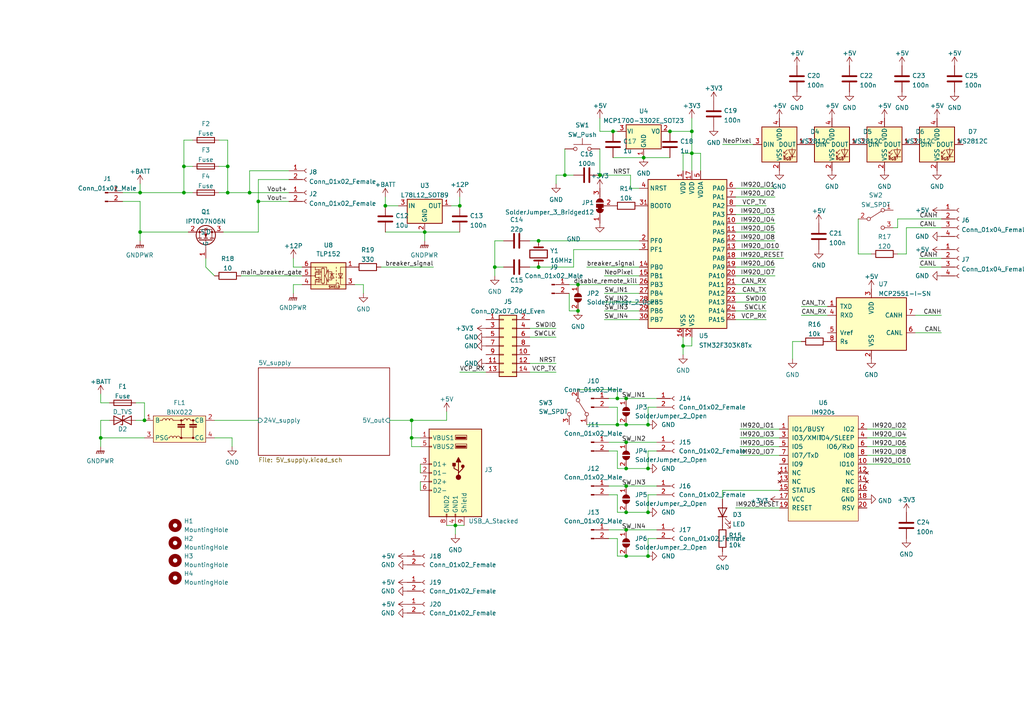
<source format=kicad_sch>
(kicad_sch (version 20211123) (generator eeschema)
  (paper "A4")
  (junction (at 181.61 123.19))
  (junction (at 173.99 50.8))
  (junction (at 186.69 45.72))
  (junction (at 167.64 82.55))
  (junction (at 74.93 58.42))
  (junction (at 123.19 67.31))
  (junction (at 200.66 44.45))
  (junction (at 181.61 128.27))
  (junction (at 181.61 153.67))
  (junction (at 40.64 67.31))
  (junction (at 156.21 77.47))
  (junction (at 133.35 59.69))
  (junction (at 119.38 127))
  (junction (at 156.21 69.85))
  (junction (at 187.96 161.29))
  (junction (at 187.96 135.89))
  (junction (at 187.96 123.19))
  (junction (at 143.51 77.47))
  (junction (at 53.34 48.26))
  (junction (at 167.64 90.17))
  (junction (at 181.61 135.89))
  (junction (at 177.8 38.1))
  (junction (at 179.07 123.19))
  (junction (at 181.61 115.57))
  (junction (at 187.96 148.59))
  (junction (at 181.61 140.97))
  (junction (at 53.34 55.88))
  (junction (at 66.04 55.88))
  (junction (at 181.61 161.29))
  (junction (at 66.04 48.26))
  (junction (at 29.21 127))
  (junction (at 198.12 100.33))
  (junction (at 111.76 59.69))
  (junction (at 119.38 121.92))
  (junction (at 72.39 55.88))
  (junction (at 200.66 38.1))
  (junction (at 194.31 38.1))
  (junction (at 132.08 152.4))
  (junction (at 40.64 55.88))
  (junction (at 163.83 50.8))
  (junction (at 181.61 148.59))
  (junction (at 179.07 115.57))
  (junction (at 41.91 121.92))
  (wire (pts (xy 87.63 82.55) (xy 85.09 82.55)))
  (wire (pts (xy 167.64 82.55) (xy 185.42 82.55)))
  (wire (pts (xy 179.07 130.81) (xy 179.07 135.89)))
  (wire (pts (xy 40.64 58.42) (xy 40.64 67.31)))
  (wire (pts (xy 175.26 80.01) (xy 185.42 80.01)))
  (wire (pts (xy 170.18 77.47) (xy 185.42 77.47)))
  (wire (pts (xy 173.99 50.8) (xy 173.99 43.18)))
  (wire (pts (xy 67.31 127) (xy 67.31 129.54)))
  (wire (pts (xy 53.34 48.26) (xy 55.88 48.26)))
  (wire (pts (xy 187.96 156.21) (xy 190.5 156.21)))
  (wire (pts (xy 87.63 80.01) (xy 69.85 80.01)))
  (wire (pts (xy 176.53 156.21) (xy 179.07 156.21)))
  (wire (pts (xy 232.41 91.44) (xy 240.03 91.44)))
  (wire (pts (xy 262.89 127) (xy 251.46 127)))
  (wire (pts (xy 143.51 77.47) (xy 143.51 80.01)))
  (wire (pts (xy 179.07 115.57) (xy 181.61 115.57)))
  (wire (pts (xy 105.41 85.09) (xy 105.41 82.55)))
  (wire (pts (xy 35.56 55.88) (xy 40.64 55.88)))
  (wire (pts (xy 170.18 123.19) (xy 179.07 123.19)))
  (wire (pts (xy 121.92 134.62) (xy 121.92 137.16)))
  (wire (pts (xy 179.07 135.89) (xy 181.61 135.89)))
  (wire (pts (xy 74.93 58.42) (xy 83.82 58.42)))
  (wire (pts (xy 222.25 92.71) (xy 213.36 92.71)))
  (wire (pts (xy 203.2 44.45) (xy 200.66 44.45)))
  (wire (pts (xy 200.66 100.33) (xy 200.66 97.79)))
  (wire (pts (xy 224.79 57.15) (xy 213.36 57.15)))
  (wire (pts (xy 63.5 40.64) (xy 66.04 40.64)))
  (wire (pts (xy 273.05 91.44) (xy 265.43 91.44)))
  (wire (pts (xy 153.67 77.47) (xy 156.21 77.47)))
  (wire (pts (xy 165.1 85.09) (xy 165.1 90.17)))
  (wire (pts (xy 222.25 59.69) (xy 213.36 59.69)))
  (wire (pts (xy 224.79 54.61) (xy 213.36 54.61)))
  (wire (pts (xy 119.38 121.92) (xy 119.38 127)))
  (wire (pts (xy 179.07 118.11) (xy 179.07 123.19)))
  (wire (pts (xy 66.04 55.88) (xy 72.39 55.88)))
  (wire (pts (xy 224.79 69.85) (xy 213.36 69.85)))
  (wire (pts (xy 177.8 38.1) (xy 173.99 38.1)))
  (wire (pts (xy 260.35 63.5) (xy 260.35 66.04)))
  (wire (pts (xy 66.04 48.26) (xy 63.5 48.26)))
  (wire (pts (xy 133.35 67.31) (xy 123.19 67.31)))
  (wire (pts (xy 176.53 153.67) (xy 181.61 153.67)))
  (wire (pts (xy 53.34 48.26) (xy 53.34 40.64)))
  (wire (pts (xy 165.1 82.55) (xy 167.64 82.55)))
  (wire (pts (xy 35.56 58.42) (xy 40.64 58.42)))
  (wire (pts (xy 214.63 127) (xy 226.06 127)))
  (wire (pts (xy 181.61 140.97) (xy 190.5 140.97)))
  (wire (pts (xy 214.63 124.46) (xy 226.06 124.46)))
  (wire (pts (xy 198.12 49.53) (xy 198.12 44.45)))
  (wire (pts (xy 167.64 113.03) (xy 179.07 113.03)))
  (wire (pts (xy 262.89 66.04) (xy 273.05 66.04)))
  (wire (pts (xy 179.07 113.03) (xy 179.07 115.57)))
  (wire (pts (xy 185.42 72.39) (xy 166.37 72.39)))
  (wire (pts (xy 41.91 116.84) (xy 39.37 116.84)))
  (wire (pts (xy 198.12 97.79) (xy 198.12 100.33)))
  (wire (pts (xy 200.66 38.1) (xy 194.31 38.1)))
  (wire (pts (xy 129.54 152.4) (xy 132.08 152.4)))
  (wire (pts (xy 132.08 152.4) (xy 134.62 152.4)))
  (wire (pts (xy 83.82 49.53) (xy 72.39 49.53)))
  (wire (pts (xy 179.07 156.21) (xy 179.07 161.29)))
  (wire (pts (xy 179.07 123.19) (xy 181.61 123.19)))
  (wire (pts (xy 66.04 55.88) (xy 63.5 55.88)))
  (wire (pts (xy 176.53 128.27) (xy 181.61 128.27)))
  (wire (pts (xy 181.61 161.29) (xy 187.96 161.29)))
  (wire (pts (xy 226.06 72.39) (xy 213.36 72.39)))
  (wire (pts (xy 181.61 153.67) (xy 190.5 153.67)))
  (wire (pts (xy 53.34 55.88) (xy 55.88 55.88)))
  (wire (pts (xy 105.41 82.55) (xy 102.87 82.55)))
  (wire (pts (xy 273.05 96.52) (xy 265.43 96.52)))
  (wire (pts (xy 146.05 77.47) (xy 143.51 77.47)))
  (wire (pts (xy 214.63 129.54) (xy 226.06 129.54)))
  (wire (pts (xy 59.69 77.47) (xy 62.23 80.01)))
  (wire (pts (xy 194.31 45.72) (xy 186.69 45.72)))
  (wire (pts (xy 248.92 73.66) (xy 252.73 73.66)))
  (wire (pts (xy 85.09 82.55) (xy 85.09 85.09)))
  (wire (pts (xy 187.96 143.51) (xy 190.5 143.51)))
  (wire (pts (xy 133.35 107.95) (xy 140.97 107.95)))
  (wire (pts (xy 40.64 67.31) (xy 54.61 67.31)))
  (wire (pts (xy 224.79 62.23) (xy 213.36 62.23)))
  (wire (pts (xy 187.96 130.81) (xy 190.5 130.81)))
  (wire (pts (xy 39.37 121.92) (xy 41.91 121.92)))
  (wire (pts (xy 181.61 123.19) (xy 187.96 123.19)))
  (wire (pts (xy 224.79 64.77) (xy 213.36 64.77)))
  (wire (pts (xy 222.25 87.63) (xy 213.36 87.63)))
  (wire (pts (xy 123.19 69.85) (xy 123.19 67.31)))
  (wire (pts (xy 181.61 148.59) (xy 187.96 148.59)))
  (wire (pts (xy 41.91 127) (xy 29.21 127)))
  (wire (pts (xy 132.08 154.94) (xy 132.08 152.4)))
  (wire (pts (xy 187.96 148.59) (xy 187.96 143.51)))
  (wire (pts (xy 161.29 97.79) (xy 153.67 97.79)))
  (wire (pts (xy 62.23 121.92) (xy 74.93 121.92)))
  (wire (pts (xy 130.81 59.69) (xy 133.35 59.69)))
  (wire (pts (xy 29.21 127) (xy 29.21 129.54)))
  (wire (pts (xy 166.37 72.39) (xy 166.37 77.47)))
  (wire (pts (xy 166.37 77.47) (xy 156.21 77.47)))
  (wire (pts (xy 187.96 123.19) (xy 187.96 118.11)))
  (wire (pts (xy 262.89 124.46) (xy 251.46 124.46)))
  (wire (pts (xy 198.12 100.33) (xy 200.66 100.33)))
  (wire (pts (xy 198.12 102.87) (xy 198.12 100.33)))
  (wire (pts (xy 224.79 80.01) (xy 213.36 80.01)))
  (wire (pts (xy 176.53 143.51) (xy 179.07 143.51)))
  (wire (pts (xy 111.76 67.31) (xy 123.19 67.31)))
  (wire (pts (xy 262.89 129.54) (xy 251.46 129.54)))
  (wire (pts (xy 125.73 77.47) (xy 110.49 77.47)))
  (wire (pts (xy 163.83 43.18) (xy 163.83 50.8)))
  (wire (pts (xy 146.05 69.85) (xy 143.51 69.85)))
  (wire (pts (xy 209.55 142.24) (xy 209.55 144.78)))
  (wire (pts (xy 161.29 105.41) (xy 153.67 105.41)))
  (wire (pts (xy 182.88 50.8) (xy 173.99 50.8)))
  (wire (pts (xy 232.41 99.06) (xy 229.87 99.06)))
  (wire (pts (xy 66.04 40.64) (xy 66.04 48.26)))
  (wire (pts (xy 31.75 116.84) (xy 29.21 116.84)))
  (wire (pts (xy 260.35 73.66) (xy 262.89 73.66)))
  (wire (pts (xy 260.35 66.04) (xy 259.08 66.04)))
  (wire (pts (xy 177.8 45.72) (xy 186.69 45.72)))
  (wire (pts (xy 53.34 40.64) (xy 55.88 40.64)))
  (wire (pts (xy 83.82 52.07) (xy 74.93 52.07)))
  (wire (pts (xy 161.29 95.25) (xy 153.67 95.25)))
  (wire (pts (xy 181.61 115.57) (xy 190.5 115.57)))
  (wire (pts (xy 203.2 49.53) (xy 203.2 44.45)))
  (wire (pts (xy 266.7 74.93) (xy 273.05 74.93)))
  (wire (pts (xy 262.89 73.66) (xy 262.89 66.04)))
  (wire (pts (xy 176.53 118.11) (xy 179.07 118.11)))
  (wire (pts (xy 111.76 57.15) (xy 111.76 59.69)))
  (wire (pts (xy 175.26 90.17) (xy 185.42 90.17)))
  (wire (pts (xy 175.26 85.09) (xy 185.42 85.09)))
  (wire (pts (xy 179.07 143.51) (xy 179.07 148.59)))
  (wire (pts (xy 111.76 59.69) (xy 115.57 59.69)))
  (wire (pts (xy 165.1 90.17) (xy 167.64 90.17)))
  (wire (pts (xy 62.23 127) (xy 67.31 127)))
  (wire (pts (xy 185.42 69.85) (xy 156.21 69.85)))
  (wire (pts (xy 29.21 121.92) (xy 29.21 127)))
  (wire (pts (xy 200.66 49.53) (xy 200.66 44.45)))
  (wire (pts (xy 175.26 92.71) (xy 185.42 92.71)))
  (wire (pts (xy 176.53 140.97) (xy 181.61 140.97)))
  (wire (pts (xy 153.67 69.85) (xy 156.21 69.85)))
  (wire (pts (xy 227.33 74.93) (xy 213.36 74.93)))
  (wire (pts (xy 182.88 50.8) (xy 182.88 54.61)))
  (wire (pts (xy 85.09 77.47) (xy 87.63 77.47)))
  (wire (pts (xy 129.54 121.92) (xy 119.38 121.92)))
  (wire (pts (xy 143.51 69.85) (xy 143.51 77.47)))
  (wire (pts (xy 179.07 161.29) (xy 181.61 161.29)))
  (wire (pts (xy 72.39 55.88) (xy 83.82 55.88)))
  (wire (pts (xy 85.09 74.93) (xy 85.09 77.47)))
  (wire (pts (xy 222.25 85.09) (xy 213.36 85.09)))
  (wire (pts (xy 222.25 82.55) (xy 213.36 82.55)))
  (wire (pts (xy 175.26 87.63) (xy 185.42 87.63)))
  (wire (pts (xy 182.88 54.61) (xy 185.42 54.61)))
  (wire (pts (xy 31.75 121.92) (xy 29.21 121.92)))
  (wire (pts (xy 163.83 50.8) (xy 166.37 50.8)))
  (wire (pts (xy 129.54 119.38) (xy 129.54 121.92)))
  (wire (pts (xy 200.66 34.29) (xy 200.66 38.1)))
  (wire (pts (xy 53.34 55.88) (xy 53.34 48.26)))
  (wire (pts (xy 179.07 38.1) (xy 177.8 38.1)))
  (wire (pts (xy 29.21 114.3) (xy 29.21 116.84)))
  (wire (pts (xy 40.64 55.88) (xy 53.34 55.88)))
  (wire (pts (xy 266.7 77.47) (xy 273.05 77.47)))
  (wire (pts (xy 121.92 129.54) (xy 119.38 129.54)))
  (wire (pts (xy 66.04 48.26) (xy 66.04 55.88)))
  (wire (pts (xy 187.96 135.89) (xy 187.96 130.81)))
  (wire (pts (xy 187.96 118.11) (xy 190.5 118.11)))
  (wire (pts (xy 121.92 127) (xy 119.38 127)))
  (wire (pts (xy 214.63 132.08) (xy 226.06 132.08)))
  (wire (pts (xy 187.96 161.29) (xy 187.96 156.21)))
  (wire (pts (xy 161.29 107.95) (xy 153.67 107.95)))
  (wire (pts (xy 121.92 139.7) (xy 121.92 142.24)))
  (wire (pts (xy 232.41 88.9) (xy 240.03 88.9)))
  (wire (pts (xy 40.64 53.34) (xy 40.64 55.88)))
  (wire (pts (xy 41.91 116.84) (xy 41.91 121.92)))
  (wire (pts (xy 198.12 44.45) (xy 200.66 44.45)))
  (wire (pts (xy 224.79 77.47) (xy 213.36 77.47)))
  (wire (pts (xy 59.69 74.93) (xy 59.69 77.47)))
  (wire (pts (xy 229.87 99.06) (xy 229.87 104.14)))
  (wire (pts (xy 248.92 63.5) (xy 248.92 73.66)))
  (wire (pts (xy 264.16 134.62) (xy 251.46 134.62)))
  (wire (pts (xy 119.38 121.92) (xy 113.03 121.92)))
  (wire (pts (xy 226.06 142.24) (xy 209.55 142.24)))
  (wire (pts (xy 161.29 50.8) (xy 163.83 50.8)))
  (wire (pts (xy 262.89 132.08) (xy 251.46 132.08)))
  (wire (pts (xy 64.77 67.31) (xy 74.93 67.31)))
  (wire (pts (xy 260.35 63.5) (xy 273.05 63.5)))
  (wire (pts (xy 176.53 130.81) (xy 179.07 130.81)))
  (wire (pts (xy 161.29 53.34) (xy 161.29 50.8)))
  (wire (pts (xy 222.25 90.17) (xy 213.36 90.17)))
  (wire (pts (xy 72.39 49.53) (xy 72.39 55.88)))
  (wire (pts (xy 74.93 52.07) (xy 74.93 58.42)))
  (wire (pts (xy 119.38 127) (xy 119.38 129.54)))
  (wire (pts (xy 209.55 41.91) (xy 218.44 41.91)))
  (wire (pts (xy 181.61 135.89) (xy 187.96 135.89)))
  (wire (pts (xy 224.79 67.31) (xy 213.36 67.31)))
  (wire (pts (xy 176.53 115.57) (xy 179.07 115.57)))
  (wire (pts (xy 179.07 148.59) (xy 181.61 148.59)))
  (wire (pts (xy 40.64 67.31) (xy 40.64 69.85)))
  (wire (pts (xy 133.35 57.15) (xy 133.35 59.69)))
  (wire (pts (xy 181.61 128.27) (xy 190.5 128.27)))
  (wire (pts (xy 213.36 147.32) (xy 226.06 147.32)))
  (wire (pts (xy 173.99 34.29) (xy 173.99 38.1)))
  (wire (pts (xy 74.93 67.31) (xy 74.93 58.42)))
  (wire (pts (xy 200.66 44.45) (xy 200.66 38.1)))
  (label "IM920_IO8" (at 262.89 132.08 180))
  (label "IM920_IO6" (at 224.79 77.47 180))
  (label "CAN_RX" (at 222.25 82.55 180))
  (label "IM920_IO8" (at 224.79 69.85 180))
  (label "NRST" (at 177.8 50.8 0))
  (label "IM920_IO7" (at 214.63 132.08 0))
  (label "IM920_IO5" (at 214.63 129.54 0))
  (label "IM920_IO5" (at 224.79 67.31 180))
  (label "IM920_IO6" (at 262.89 129.54 180))
  (label "SWCLK" (at 222.25 90.17 180))
  (label "VCP_RX" (at 222.25 92.71 180))
  (label "CAN_RX" (at 232.41 91.44 0))
  (label "SW_IN4" (at 175.26 92.71 0))
  (label "NeoPixel" (at 209.55 41.91 0))
  (label "SW_IN3" (at 175.26 90.17 0))
  (label "IM920_IO10" (at 226.06 72.39 180))
  (label "CAN_TX" (at 232.41 88.9 0))
  (label "Vout+" (at 77.47 55.88 0))
  (label "CANH" (at 273.05 91.44 180))
  (label "SWCLK" (at 161.29 97.79 180))
  (label "VCP_RX" (at 133.35 107.95 0))
  (label "CANH" (at 266.7 74.93 0))
  (label "breaker_signal" (at 170.18 77.47 0))
  (label "SW_IN2" (at 175.26 87.63 0))
  (label "main_breaker_gate" (at 87.63 80.01 180))
  (label "CANH" (at 266.7 63.5 0))
  (label "IM920_IO1" (at 214.63 124.46 0))
  (label "IM920_IO3" (at 224.79 62.23 180))
  (label "breaker_signal" (at 125.73 77.47 180))
  (label "IM920_IO4" (at 262.89 127 180))
  (label "CANL" (at 266.7 66.04 0))
  (label "CAN_TX" (at 222.25 85.09 180))
  (label "Vout-" (at 77.47 58.42 0))
  (label "IM920_IO10" (at 264.16 134.62 180))
  (label "NeoPixel" (at 175.26 80.01 0))
  (label "IM920_IO2" (at 262.89 124.46 180))
  (label "SW_IN1" (at 180.34 115.57 0))
  (label "IM920_IO4" (at 224.79 64.77 180))
  (label "IM920_RESET" (at 213.36 147.32 0))
  (label "SWDIO" (at 222.25 87.63 180))
  (label "VCP_TX" (at 222.25 59.69 180))
  (label "VCP_TX" (at 161.29 107.95 180))
  (label "IM920_IO3" (at 214.63 127 0))
  (label "IM920_IO1" (at 224.79 54.61 180))
  (label "CANL" (at 266.7 77.47 0))
  (label "SWDIO" (at 161.29 95.25 180))
  (label "CANL" (at 273.05 96.52 180))
  (label "NRST" (at 161.29 105.41 180))
  (label "SW_IN1" (at 175.26 85.09 0))
  (label "IM920_RESET" (at 227.33 74.93 180))
  (label "SW_IN4" (at 180.34 153.67 0))
  (label "SW_IN3" (at 180.34 140.97 0))
  (label "IM920_IO2" (at 224.79 57.15 180))
  (label "SW_IN2" (at 180.34 128.27 0))
  (label "disable_remote_kill" (at 166.37 82.55 0))
  (label "IM920_IO7" (at 224.79 80.01 180))
  (symbol (lib_id "power:GND") (at 187.96 135.89 90) (unit 1)
    (property "Reference" "#PWR0107" (effects hide))
    (property "Value" "GND" (at 191.77 135.8899 90) (effects (justify right)))
  )
  (symbol (lib_id "Connector:Conn_01x04_Female") (at 278.13 74.93 0) (unit 1)
    (property "Reference" "J7" (at 278.8412 75.2915 0) (effects (justify left)))
    (property "Value" "Conn_01x04_Female" (at 278.8412 78.0666 0) (effects (justify left)))
    (property "Footprint" "Connector_JST:JST_XA_S04B-XASK-1_1x04_P2.50mm_Horizontal" (effects hide))
  )
  (symbol (lib_id "power:GND") (at 140.97 105.41 270) (unit 1)
    (property "Reference" "#PWR017" (effects hide))
    (property "Value" "GND" (at 134.62 105.41 90) (effects (justify left)))
  )
  (symbol (lib_id "power:+5V") (at 252.73 83.82 0) (unit 1)
    (property "Reference" "#PWR041" (effects hide))
    (property "Value" "+5V" (at 252.73 80.2155 0))
  )
  (symbol (lib_id "Switch:SW_Push") (at 168.91 43.18 0) (unit 1)
    (property "Reference" "SW1" (at 168.91 36.2925 0))
    (property "Value" "SW_Push" (at 168.91 39.0676 0))
    (property "Footprint" "Button_Switch_additional:TVAF06-A020B-R" (effects hide))
  )
  (symbol (lib_id "power:+5V") (at 271.78 34.29 0) (unit 1)
    (property "Reference" "#PWR049" (effects hide))
    (property "Value" "+5V" (at 271.78 30.6855 0))
  )
  (symbol (lib_id "power:+5V") (at 118.11 175.26 90) (unit 1)
    (property "Reference" "#PWR060" (effects hide))
    (property "Value" "+5V" (at 110.49 175.26 90) (effects (justify right)))
  )
  (symbol (lib_id "power:+5V") (at 173.99 34.29 0) (unit 1)
    (property "Reference" "#PWR019" (effects hide))
    (property "Value" "+5V" (at 173.99 30.6855 0))
  )
  (symbol (lib_id "power:GND") (at 261.62 26.67 0) (unit 1)
    (property "Reference" "#PWR046" (effects hide))
    (property "Value" "GND" (at 261.62 31.2325 0))
  )
  (symbol (lib_id "Device:C") (at 149.86 77.47 90) (unit 1)
    (property "Reference" "C15" (at 149.86 81.28 90))
    (property "Value" "22p" (at 149.86 84.0551 90))
    (property "Footprint" "Capacitor_SMD:C_0603_1608Metric" (effects hide))
  )
  (symbol (lib_id "Device:C") (at 246.38 22.86 180) (unit 1)
    (property "Reference" "C22" (at 249.301 21.9515 0) (effects (justify right)))
    (property "Value" "100n" (at 249.301 24.7266 0) (effects (justify right)))
    (property "Footprint" "Capacitor_SMD:C_0603_1608Metric" (effects hide))
  )
  (symbol (lib_id "power:+5V") (at 237.49 64.77 0) (unit 1)
    (property "Reference" "#PWR034" (effects hide))
    (property "Value" "+5V" (at 237.49 61.1655 0))
  )
  (symbol (lib_id "power:+3.3V") (at 262.89 148.59 0) (unit 1)
    (property "Reference" "#PWR047" (effects hide))
    (property "Value" "+3.3V" (at 262.89 144.9855 0))
  )
  (symbol (lib_id "power:GND") (at 226.06 49.53 0) (unit 1)
    (property "Reference" "#PWR029" (effects hide))
    (property "Value" "GND" (at 226.06 54.0925 0))
  )
  (symbol (lib_id "Connector:Conn_01x02_Female") (at 123.19 168.91 0) (unit 1)
    (property "Reference" "J19" (at 124.46 168.9099 0) (effects (justify left)))
    (property "Value" "Conn_01x02_Female" (at 124.46 171.4499 0) (effects (justify left)))
    (property "Footprint" "Connector_JST:JST_XA_S02B-XASK-1_1x02_P2.50mm_Horizontal" (effects hide))
  )
  (symbol (lib_id "power:GND") (at 273.05 80.01 270) (unit 1)
    (property "Reference" "#PWR?" (effects hide))
    (property "Value" "GND" (at 265.43 80.01 90) (effects (justify left)))
  )
  (symbol (lib_id "Device:Fuse") (at 59.69 48.26 90) (unit 1)
    (property "Reference" "F3" (at 59.69 43.5315 90))
    (property "Value" "Fuse" (at 59.69 46.3066 90))
    (property "Footprint" "Fuse_additional:Fuseholder_Keystone_3568" (effects hide))
  )
  (symbol (lib_id "Regulator_Linear:L78L12_SOT89") (at 123.19 59.69 0) (unit 1)
    (property "Reference" "U3" (at 123.19 53.8185 0))
    (property "Value" "L78L12_SOT89" (at 123.19 56.5936 0))
    (property "Footprint" "Package_TO_SOT_SMD:SOT-89-3" (effects hide))
    (property "Datasheet" "http://www.st.com/content/ccc/resource/technical/document/datasheet/15/55/e5/aa/23/5b/43/fd/CD00000446.pdf/files/CD00000446.pdf/jcr:content/translations/en.CD00000446.pdf" (effects hide))
  )
  (symbol (lib_id "power:GND") (at 140.97 97.79 270) (unit 1)
    (property "Reference" "#PWR015" (effects hide))
    (property "Value" "GND" (at 134.62 97.79 90) (effects (justify left)))
  )
  (symbol (lib_id "Connector:Conn_01x02_Male") (at 160.02 82.55 0) (unit 1)
    (property "Reference" "J9" (at 160.655 77.47 0))
    (property "Value" "Conn_01x02_Male" (at 160.655 80.01 0))
    (property "Footprint" "Connector_PinHeader_2.54mm:PinHeader_1x02_P2.54mm_Vertical" (effects hide))
  )
  (symbol (lib_id "power:+5V") (at 118.11 161.29 90) (unit 1)
    (property "Reference" "#PWR056" (effects hide))
    (property "Value" "+5V" (at 110.49 161.29 90) (effects (justify right)))
  )
  (symbol (lib_id "Mechanical:MountingHole") (at 50.8 167.64 0) (unit 1)
    (property "Reference" "H4" (at 53.34 166.3699 0) (effects (justify left)))
    (property "Value" "MountingHole" (at 53.34 168.9099 0) (effects (justify left)))
    (property "Footprint" "MountingHole:MountingHole_3.2mm_M3_Pad_Via" (effects hide))
  )
  (symbol (lib_id "Device:R") (at 209.55 156.21 180) (unit 1)
    (property "Reference" "R15" (at 211.328 155.3015 0) (effects (justify right)))
    (property "Value" "10k" (at 211.328 158.0766 0) (effects (justify right)))
    (property "Footprint" "Resistor_SMD:R_0603_1608Metric" (effects hide))
  )
  (symbol (lib_id "power:+5V") (at 256.54 34.29 0) (unit 1)
    (property "Reference" "#PWR043" (effects hide))
    (property "Value" "+5V" (at 256.54 30.6855 0))
  )
  (symbol (lib_id "power:GND") (at 187.96 161.29 90) (unit 1)
    (property "Reference" "#PWR0106" (effects hide))
    (property "Value" "GND" (at 191.77 161.2899 90) (effects (justify right)))
  )
  (symbol (lib_id "power:GND") (at 256.54 49.53 0) (unit 1)
    (property "Reference" "#PWR044" (effects hide))
    (property "Value" "GND" (at 256.54 54.0925 0))
  )
  (symbol (lib_id "Jumper:SolderJumper_2_Open") (at 181.61 157.48 270) (unit 1)
    (property "Reference" "JP6" (at 184.15 156.2099 90) (effects (justify left)))
    (property "Value" "SolderJumper_2_Open" (at 184.15 158.7499 90) (effects (justify left)))
    (property "Footprint" "Jumper:SolderJumper-2_P1.3mm_Open_RoundedPad1.0x1.5mm" (effects hide))
  )
  (symbol (lib_id "Jumper:SolderJumper_3_Bridged12") (at 173.99 59.69 90) (unit 1)
    (property "Reference" "JP1" (at 172.3391 58.7815 90) (effects (justify left)))
    (property "Value" "SolderJumper_3_Bridged12" (at 172.3391 61.5566 90) (effects (justify left)))
    (property "Footprint" "Jumper:SolderJumper-3_P1.3mm_Bridged12_RoundedPad1.0x1.5mm" (effects hide))
  )
  (symbol (lib_id "power:+3.3V") (at 200.66 34.29 0) (unit 1)
    (property "Reference" "#PWR024" (effects hide))
    (property "Value" "+3.3V" (at 200.66 30.6855 0))
  )
  (symbol (lib_id "LED_additional:WS2812C") (at 241.3 41.91 0) (unit 1)
    (property "Reference" "D5" (at 251.6059 38.1848 0))
    (property "Value" "WS2812C" (at 251.6059 40.9599 0))
    (property "Footprint" "LED_additional:LED_2020Metric_WS2812C_2.0x2.0mm_P1.0mm" (effects hide))
    (property "Datasheet" "https://cdn-shop.adafruit.com/datasheets/WS2812B.pdf" (effects hide))
  )
  (symbol (lib_id "Device:Fuse") (at 59.69 55.88 90) (unit 1)
    (property "Reference" "F4" (at 59.69 51.1515 90))
    (property "Value" "Fuse" (at 59.69 53.9266 90))
    (property "Footprint" "Fuse_additional:Fuseholder_Keystone_3568" (effects hide))
  )
  (symbol (lib_id "power:GND") (at 246.38 26.67 0) (unit 1)
    (property "Reference" "#PWR039" (effects hide))
    (property "Value" "GND" (at 246.38 31.2325 0))
  )
  (symbol (lib_id "Connector:Conn_01x02_Male") (at 171.45 140.97 0) (unit 1)
    (property "Reference" "J12" (at 172.085 135.89 0))
    (property "Value" "Conn_01x02_Male" (at 172.085 138.43 0))
    (property "Footprint" "Connector_PinHeader_2.54mm:PinHeader_1x02_P2.54mm_Vertical" (effects hide))
  )
  (symbol (lib_id "Connector:Conn_01x02_Female") (at 195.58 115.57 0) (unit 1)
    (property "Reference" "J14" (at 196.85 115.5699 0) (effects (justify left)))
    (property "Value" "Conn_01x02_Female" (at 196.85 118.1099 0) (effects (justify left)))
    (property "Footprint" "Connector_JST:JST_XA_S02B-XASK-1_1x02_P2.50mm_Horizontal" (effects hide))
  )
  (symbol (lib_id "Device:Fuse") (at 59.69 40.64 90) (unit 1)
    (property "Reference" "F2" (at 59.69 35.9115 90))
    (property "Value" "Fuse" (at 59.69 38.6866 90))
    (property "Footprint" "Fuse_additional:Fuseholder_Keystone_3568" (effects hide))
  )
  (symbol (lib_id "Jumper:SolderJumper_2_Open") (at 167.64 86.36 270) (unit 1)
    (property "Reference" "JP2" (at 170.18 85.0899 90) (effects (justify left)))
    (property "Value" "SolderJumper_2_Open" (at 170.18 87.6299 90) (effects (justify left)))
    (property "Footprint" "Jumper:SolderJumper-2_P1.3mm_Open_RoundedPad1.0x1.5mm" (effects hide))
  )
  (symbol (lib_id "power:GND") (at 118.11 177.8 270) (unit 1)
    (property "Reference" "#PWR061" (effects hide))
    (property "Value" "GND" (at 110.49 177.8 90) (effects (justify left)))
  )
  (symbol (lib_id "power:+5V") (at 273.05 72.39 90) (unit 1)
    (property "Reference" "#PWR?" (effects hide))
    (property "Value" "+5V" (at 265.43 72.39 90) (effects (justify right)))
  )
  (symbol (lib_id "Connector:Conn_01x02_Female") (at 88.9 49.53 0) (unit 1)
    (property "Reference" "J8" (at 89.6112 49.8915 0) (effects (justify left)))
    (property "Value" "Conn_01x02_Female" (at 89.6112 52.6666 0) (effects (justify left)))
    (property "Footprint" "Connector_T_connector:T_connecter_female_horizontal" (effects hide))
  )
  (symbol (lib_id "power:+3.3V") (at 226.06 144.78 90) (unit 1)
    (property "Reference" "#PWR030" (effects hide))
    (property "Value" "+3.3V" (at 222.885 145.259 90) (effects (justify left)))
  )
  (symbol (lib_id "Device:R") (at 66.04 80.01 90) (unit 1)
    (property "Reference" "R18" (at 66.04 75.0275 90))
    (property "Value" "10" (at 66.04 77.8026 90))
    (property "Footprint" "Resistor_SMD:R_0603_1608Metric" (effects hide))
  )
  (symbol (lib_id "Device:LED") (at 209.55 148.59 90) (unit 1)
    (property "Reference" "D3" (at 212.471 149.269 90) (effects (justify right)))
    (property "Value" "LED" (at 212.471 152.0441 90) (effects (justify right)))
    (property "Footprint" "Resistor_SMD:R_0603_1608Metric" (effects hide))
  )
  (symbol (lib_id "Device:C") (at 194.31 41.91 180) (unit 1)
    (property "Reference" "C18" (at 197.231 41.0015 0) (effects (justify right)))
    (property "Value" "1u" (at 197.231 43.7766 0) (effects (justify right)))
    (property "Footprint" "Capacitor_SMD:C_0603_1608Metric" (effects hide))
  )
  (symbol (lib_id "power:+3.3V") (at 140.97 95.25 90) (unit 1)
    (property "Reference" "#PWR014" (effects hide))
    (property "Value" "+3.3V" (at 132.08 95.25 90) (effects (justify right)))
  )
  (symbol (lib_id "Switch:SW_SPDT") (at 167.64 118.11 270) (unit 1)
    (property "Reference" "SW3" (at 156.21 116.84 90) (effects (justify left)))
    (property "Value" "SW_SPDT" (at 156.21 119.38 90) (effects (justify left)))
    (property "Footprint" "Button_Switch_additional:IS-1245T-G" (effects hide))
  )
  (symbol (lib_id "Device:C") (at 261.62 22.86 180) (unit 1)
    (property "Reference" "C23" (at 264.541 21.9515 0) (effects (justify right)))
    (property "Value" "100n" (at 264.541 24.7266 0) (effects (justify right)))
    (property "Footprint" "Capacitor_SMD:C_0603_1608Metric" (effects hide))
  )
  (symbol (lib_id "LED_additional:WS2812C") (at 226.06 41.91 0) (unit 1)
    (property "Reference" "D4" (at 236.3659 38.1848 0))
    (property "Value" "WS2812C" (at 236.3659 40.9599 0))
    (property "Footprint" "LED_additional:LED_2020Metric_WS2812C_2.0x2.0mm_P1.0mm" (effects hide))
    (property "Datasheet" "https://cdn-shop.adafruit.com/datasheets/WS2812B.pdf" (effects hide))
  )
  (symbol (lib_id "Connector:Conn_01x02_Female") (at 88.9 55.88 0) (unit 1)
    (property "Reference" "J2" (at 89.6112 56.2415 0) (effects (justify left)))
    (property "Value" "Conn_01x02_Female" (at 89.6112 59.0166 0) (effects (justify left)))
    (property "Footprint" "Connector_T_connector:T_connecter_female_horizontal" (effects hide))
  )
  (symbol (lib_id "Device:R") (at 181.61 59.69 90) (unit 1)
    (property "Reference" "R14" (at 181.61 54.7075 90))
    (property "Value" "10k" (at 181.61 57.4826 90))
    (property "Footprint" "Resistor_SMD:R_0603_1608Metric" (effects hide))
  )
  (symbol (lib_id "power:GND") (at 231.14 26.67 0) (unit 1)
    (property "Reference" "#PWR033" (effects hide))
    (property "Value" "GND" (at 231.14 31.2325 0))
  )
  (symbol (lib_id "power:+5V") (at 261.62 19.05 0) (unit 1)
    (property "Reference" "#PWR045" (effects hide))
    (property "Value" "+5V" (at 261.62 15.4455 0))
  )
  (symbol (lib_id "power:GND") (at 118.11 163.83 270) (unit 1)
    (property "Reference" "#PWR057" (effects hide))
    (property "Value" "GND" (at 110.49 163.83 90) (effects (justify left)))
  )
  (symbol (lib_id "Device:C") (at 262.89 152.4 180) (unit 1)
    (property "Reference" "C24" (at 265.811 151.4915 0) (effects (justify right)))
    (property "Value" "100n" (at 265.811 154.2666 0) (effects (justify right)))
    (property "Footprint" "Capacitor_SMD:C_0603_1608Metric" (effects hide))
  )
  (symbol (lib_id "Jumper:SolderJumper_2_Open") (at 181.61 144.78 270) (unit 1)
    (property "Reference" "JP5" (at 184.15 143.5099 90) (effects (justify left)))
    (property "Value" "SolderJumper_2_Open" (at 184.15 146.0499 90) (effects (justify left)))
    (property "Footprint" "Jumper:SolderJumper-2_P1.3mm_Open_RoundedPad1.0x1.5mm" (effects hide))
  )
  (symbol (lib_id "power:GND") (at 229.87 104.14 0) (unit 1)
    (property "Reference" "#PWR031" (effects hide))
    (property "Value" "GND" (at 229.87 108.7025 0))
  )
  (symbol (lib_id "Mechanical:MountingHole") (at 50.8 162.56 0) (unit 1)
    (property "Reference" "H3" (at 53.34 161.2899 0) (effects (justify left)))
    (property "Value" "MountingHole" (at 53.34 163.8299 0) (effects (justify left)))
    (property "Footprint" "MountingHole:MountingHole_3.2mm_M3_Pad_Via" (effects hide))
  )
  (symbol (lib_id "power:+5V") (at 273.05 60.96 90) (unit 1)
    (property "Reference" "#PWR?" (effects hide))
    (property "Value" "+5V" (at 265.43 60.96 90) (effects (justify right)))
  )
  (symbol (lib_id "Device:C") (at 276.86 22.86 180) (unit 1)
    (property "Reference" "C25" (at 279.781 21.9515 0) (effects (justify right)))
    (property "Value" "100n" (at 279.781 24.7266 0) (effects (justify right)))
    (property "Footprint" "Capacitor_SMD:C_0603_1608Metric" (effects hide))
  )
  (symbol (lib_id "Interface_CAN_LIN:MCP2551-I-SN") (at 252.73 93.98 0) (unit 1)
    (property "Reference" "U7" (at 254.7494 82.3935 0) (effects (justify left)))
    (property "Value" "MCP2551-I-SN" (at 254.7494 85.1686 0) (effects (justify left)))
    (property "Footprint" "Package_SO:SOIC-8_3.9x4.9mm_P1.27mm" (effects hide))
    (property "Datasheet" "http://ww1.microchip.com/downloads/en/devicedoc/21667d.pdf" (effects hide))
  )
  (symbol (lib_id "Connector:Conn_01x02_Male") (at 171.45 153.67 0) (unit 1)
    (property "Reference" "J13" (at 172.085 148.59 0))
    (property "Value" "Conn_01x02_Male" (at 172.085 151.13 0))
    (property "Footprint" "Connector_PinHeader_2.54mm:PinHeader_1x02_P2.54mm_Vertical" (effects hide))
  )
  (symbol (lib_id "power:GND") (at 262.89 156.21 0) (unit 1)
    (property "Reference" "#PWR048" (effects hide))
    (property "Value" "GND" (at 262.89 160.7725 0))
  )
  (symbol (lib_id "power:+5V") (at 231.14 19.05 0) (unit 1)
    (property "Reference" "#PWR032" (effects hide))
    (property "Value" "+5V" (at 231.14 15.4455 0))
  )
  (symbol (lib_id "Connector:Conn_01x02_Female") (at 195.58 153.67 0) (unit 1)
    (property "Reference" "J17" (at 196.85 153.6699 0) (effects (justify left)))
    (property "Value" "Conn_01x02_Female" (at 196.85 156.2099 0) (effects (justify left)))
    (property "Footprint" "Connector_JST:JST_XA_S02B-XASK-1_1x02_P2.50mm_Horizontal" (effects hide))
  )
  (symbol (lib_id "power:+5V") (at 129.54 119.38 0) (unit 1)
    (property "Reference" "#PWR0102" (effects hide))
    (property "Value" "+5V" (at 129.54 115.7755 0))
  )
  (symbol (lib_id "interplan:IM920s") (at 238.76 133.35 0) (unit 1)
    (property "Reference" "U6" (at 238.76 116.8105 0))
    (property "Value" "IM920s" (at 238.76 119.5856 0))
    (property "Footprint" "interplan:IM920s" (effects hide))
  )
  (symbol (lib_id "Connector:Conn_01x02_Female") (at 123.19 175.26 0) (unit 1)
    (property "Reference" "J20" (at 124.46 175.2599 0) (effects (justify left)))
    (property "Value" "Conn_01x02_Female" (at 124.46 177.7999 0) (effects (justify left)))
    (property "Footprint" "Connector_JST:JST_XA_S02B-XASK-1_1x02_P2.50mm_Horizontal" (effects hide))
  )
  (symbol (lib_id "Connector:Conn_01x04_Female") (at 278.13 63.5 0) (unit 1)
    (property "Reference" "J6" (at 278.8412 63.8615 0) (effects (justify left)))
    (property "Value" "Conn_01x04_Female" (at 278.8412 66.6366 0) (effects (justify left)))
    (property "Footprint" "Connector_JST:JST_XA_S04B-XASK-1_1x04_P2.50mm_Horizontal" (effects hide))
  )
  (symbol (lib_id "Device:C") (at 237.49 68.58 180) (unit 1)
    (property "Reference" "C21" (at 240.411 67.6715 0) (effects (justify right)))
    (property "Value" "100n" (at 240.411 70.4466 0) (effects (justify right)))
    (property "Footprint" "Capacitor_SMD:C_0603_1608Metric" (effects hide))
  )
  (symbol (lib_id "Switch:SW_SPDT") (at 254 63.5 0) (unit 1)
    (property "Reference" "SW2" (at 254 56.6125 0))
    (property "Value" "SW_SPDT" (at 254 59.3876 0))
    (property "Footprint" "Button_Switch_additional:IS-1245T-G" (effects hide))
  )
  (symbol (lib_id "power:GND") (at 237.49 72.39 0) (unit 1)
    (property "Reference" "#PWR035" (effects hide))
    (property "Value" "GND" (at 237.49 76.9525 0))
  )
  (symbol (lib_id "power:GND") (at 187.96 148.59 90) (unit 1)
    (property "Reference" "#PWR0108" (effects hide))
    (property "Value" "GND" (at 191.77 148.5899 90) (effects (justify right)))
  )
  (symbol (lib_id "power:+BATT") (at 40.64 53.34 0) (unit 1)
    (property "Reference" "#PWR03" (effects hide))
    (property "Value" "+BATT" (at 40.64 49.7355 0))
  )
  (symbol (lib_id "power:GNDPWR") (at 29.21 129.54 0) (unit 1)
    (property "Reference" "#PWR02" (effects hide))
    (property "Value" "GNDPWR" (at 29.083 133.6961 0))
  )
  (symbol (lib_id "Connector:Conn_01x02_Female") (at 195.58 140.97 0) (unit 1)
    (property "Reference" "J16" (at 196.85 140.9699 0) (effects (justify left)))
    (property "Value" "Conn_01x02_Female" (at 196.85 143.5099 0) (effects (justify left)))
    (property "Footprint" "Connector_JST:JST_XA_S02B-XASK-1_1x02_P2.50mm_Horizontal" (effects hide))
  )
  (symbol (lib_id "Device:C") (at 207.01 33.02 180) (unit 1)
    (property "Reference" "C19" (at 209.931 32.1115 0) (effects (justify right)))
    (property "Value" "100n" (at 209.931 34.8866 0) (effects (justify right)))
    (property "Footprint" "Capacitor_SMD:C_0603_1608Metric" (effects hide))
  )
  (symbol (lib_id "Connector:Conn_01x02_Male") (at 171.45 115.57 0) (unit 1)
    (property "Reference" "J10" (at 172.085 110.49 0))
    (property "Value" "Conn_01x02_Male" (at 172.085 113.03 0))
    (property "Footprint" "Connector_PinHeader_2.54mm:PinHeader_1x02_P2.54mm_Vertical" (effects hide))
  )
  (symbol (lib_id "power:GND") (at 140.97 100.33 270) (unit 1)
    (property "Reference" "#PWR016" (effects hide))
    (property "Value" "GND" (at 134.62 100.33 90) (effects (justify left)))
  )
  (symbol (lib_id "power:+5V") (at 226.06 34.29 0) (unit 1)
    (property "Reference" "#PWR028" (effects hide))
    (property "Value" "+5V" (at 226.06 30.6855 0))
  )
  (symbol (lib_id "Device:D_TVS") (at 35.56 121.92 0) (unit 1)
    (property "Reference" "D2" (at 35.56 124.46 0))
    (property "Value" "D_TVS" (at 35.56 119.4586 0))
    (property "Footprint" "Diode_SMD:D_SMA" (effects hide))
  )
  (symbol (lib_id "power:GND") (at 143.51 80.01 0) (unit 1)
    (property "Reference" "#PWR013" (effects hide))
    (property "Value" "GND" (at 143.51 84.5725 0))
  )
  (symbol (lib_id "Regulator_Linear:MCP1700-3302E_SOT23") (at 186.69 38.1 0) (unit 1)
    (property "Reference" "U4" (at 186.69 32.2285 0))
    (property "Value" "MCP1700-3302E_SOT23" (at 186.69 35.0036 0))
    (property "Footprint" "Package_TO_SOT_SMD:SOT-23" (effects hide))
    (property "Datasheet" "http://ww1.microchip.com/downloads/en/DeviceDoc/20001826D.pdf" (effects hide))
  )
  (symbol (lib_id "Jumper:SolderJumper_2_Open") (at 181.61 119.38 270) (unit 1)
    (property "Reference" "JP3" (at 184.15 118.1099 90) (effects (justify left)))
    (property "Value" "SolderJumper_2_Open" (at 184.15 120.6499 90) (effects (justify left)))
    (property "Footprint" "Jumper:SolderJumper-2_P1.3mm_Open_RoundedPad1.0x1.5mm" (effects hide))
  )
  (symbol (lib_id "Device:R") (at 256.54 73.66 90) (unit 1)
    (property "Reference" "R17" (at 256.54 68.6775 90))
    (property "Value" "120" (at 256.54 71.4526 90))
    (property "Footprint" "Resistor_SMD:R_0603_1608Metric" (effects hide))
  )
  (symbol (lib_id "power:GND") (at 251.46 144.78 90) (unit 1)
    (property "Reference" "#PWR040" (effects hide))
    (property "Value" "GND" (at 254.635 145.259 90) (effects (justify right)))
  )
  (symbol (lib_id "power:GND") (at 207.01 36.83 0) (unit 1)
    (property "Reference" "#PWR026" (effects hide))
    (property "Value" "GND" (at 207.01 41.3925 0))
  )
  (symbol (lib_id "power:GND") (at 273.05 68.58 270) (unit 1)
    (property "Reference" "#PWR?" (effects hide))
    (property "Value" "GND" (at 265.43 68.58 90) (effects (justify left)))
  )
  (symbol (lib_id "Device:R") (at 106.68 77.47 90) (unit 1)
    (property "Reference" "R19" (at 106.68 72.4875 90))
    (property "Value" "330" (at 106.68 75.2626 90))
    (property "Footprint" "Resistor_SMD:R_0603_1608Metric" (effects hide))
  )
  (symbol (lib_id "power:GND") (at 187.96 123.19 90) (unit 1)
    (property "Reference" "#PWR0105" (effects hide))
    (property "Value" "GND" (at 191.77 123.1899 90) (effects (justify right)))
  )
  (symbol (lib_id "power:GND") (at 198.12 102.87 0) (unit 1)
    (property "Reference" "#PWR023" (effects hide))
    (property "Value" "GND" (at 198.12 107.4325 0))
  )
  (symbol (lib_id "Mechanical:MountingHole") (at 50.8 157.48 0) (unit 1)
    (property "Reference" "H2" (at 53.34 156.2099 0) (effects (justify left)))
    (property "Value" "MountingHole" (at 53.34 158.7499 0) (effects (justify left)))
    (property "Footprint" "MountingHole:MountingHole_3.2mm_M3_Pad_Via" (effects hide))
  )
  (symbol (lib_id "power:+5V") (at 241.3 34.29 0) (unit 1)
    (property "Reference" "#PWR036" (effects hide))
    (property "Value" "+5V" (at 241.3 30.6855 0))
  )
  (symbol (lib_id "power:GND") (at 241.3 49.53 0) (unit 1)
    (property "Reference" "#PWR037" (effects hide))
    (property "Value" "GND" (at 241.3 54.0925 0))
  )
  (symbol (lib_id "Device:R") (at 236.22 99.06 90) (unit 1)
    (property "Reference" "R16" (at 236.22 94.0775 90))
    (property "Value" "10k" (at 236.22 96.8526 90))
    (property "Footprint" "Resistor_SMD:R_0603_1608Metric" (effects hide))
  )
  (symbol (lib_id "power:GND") (at 186.69 45.72 0) (unit 1)
    (property "Reference" "#PWR022" (effects hide))
    (property "Value" "GND" (at 186.69 50.2825 0))
  )
  (symbol (lib_id "Mechanical:MountingHole") (at 50.8 152.4 0) (unit 1)
    (property "Reference" "H1" (at 53.34 151.1299 0) (effects (justify left)))
    (property "Value" "MountingHole" (at 53.34 153.6699 0) (effects (justify left)))
    (property "Footprint" "MountingHole:MountingHole_3.2mm_M3_Pad_Via" (effects hide))
  )
  (symbol (lib_id "Jumper:SolderJumper_2_Open") (at 181.61 132.08 270) (unit 1)
    (property "Reference" "JP4" (at 184.15 130.8099 90) (effects (justify left)))
    (property "Value" "SolderJumper_2_Open" (at 184.15 133.3499 90) (effects (justify left)))
    (property "Footprint" "Jumper:SolderJumper-2_P1.3mm_Open_RoundedPad1.0x1.5mm" (effects hide))
  )
  (symbol (lib_id "Device:C") (at 133.35 63.5 180) (unit 1)
    (property "Reference" "C13" (at 136.271 62.5915 0) (effects (justify right)))
    (property "Value" "100n" (at 136.271 65.3666 0) (effects (justify right)))
    (property "Footprint" "Capacitor_SMD:C_0603_1608Metric" (effects hide))
  )
  (symbol (lib_id "power:+BATT") (at 29.21 114.3 0) (unit 1)
    (property "Reference" "#PWR01" (effects hide))
    (property "Value" "+BATT" (at 29.21 110.6955 0))
  )
  (symbol (lib_id "power:GNDPWR") (at 40.64 69.85 0) (unit 1)
    (property "Reference" "#PWR04" (effects hide))
    (property "Value" "GNDPWR" (at 40.513 74.0061 0))
  )
  (symbol (lib_id "Connector:USB_A_Stacked") (at 132.08 137.16 0) (mirror y) (unit 1)
    (property "Reference" "J3" (at 140.462 136.2515 0) (effects (justify right)))
    (property "Value" "USB_A_Stacked" (at 135.89 151.13 0) (effects (justify right)))
    (property "Footprint" "Connector_USB:USB_A_Wuerth_61400826021_Horizontal_Stacked" (effects hide))
    (property "Datasheet" " ~" (effects hide))
  )
  (symbol (lib_id "power:+5V") (at 246.38 19.05 0) (unit 1)
    (property "Reference" "#PWR038" (effects hide))
    (property "Value" "+5V" (at 246.38 15.4455 0))
  )
  (symbol (lib_id "Connector:Conn_01x02_Female") (at 123.19 161.29 0) (unit 1)
    (property "Reference" "J18" (at 124.46 161.2899 0) (effects (justify left)))
    (property "Value" "Conn_01x02_Female" (at 124.46 163.83 0) (effects (justify left)))
    (property "Footprint" "Connector_JST:JST_XA_S02B-XASK-1_1x02_P2.50mm_Horizontal" (effects hide))
  )
  (symbol (lib_id "Connector_Generic:Conn_02x07_Odd_Even") (at 146.05 100.33 0) (unit 1)
    (property "Reference" "J5" (at 147.32 87.4735 0))
    (property "Value" "Conn_02x07_Odd_Even" (at 147.32 90.2486 0))
    (property "Footprint" "Connector_PinHeader_1.27mm:PinHeader_2x07_P1.27mm_Vertical_SMD" (effects hide))
  )
  (symbol (lib_id "power:GND") (at 173.99 64.77 0) (unit 1)
    (property "Reference" "#PWR021" (effects hide))
    (property "Value" "GND" (at 166.37 69.3325 0))
  )
  (symbol (lib_id "Device:Fuse") (at 35.56 116.84 90) (unit 1)
    (property "Reference" "F1" (at 35.56 112.1115 90))
    (property "Value" "Fuse" (at 35.56 114.8866 90))
    (property "Footprint" "Fuse_additional:Fuseholder_Keystone_3568" (effects hide))
  )
  (symbol (lib_id "power:GND") (at 209.55 160.02 0) (unit 1)
    (property "Reference" "#PWR027" (effects hide))
    (property "Value" "GND" (at 209.55 164.5825 0))
  )
  (symbol (lib_id "Connector:Conn_01x02_Male") (at 171.45 128.27 0) (unit 1)
    (property "Reference" "J11" (at 172.085 123.19 0))
    (property "Value" "Conn_01x02_Male" (at 172.085 125.73 0))
    (property "Footprint" "Connector_PinHeader_2.54mm:PinHeader_1x02_P2.54mm_Vertical" (effects hide))
  )
  (symbol (lib_id "Transistor_FET_additional:IPT007N06N") (at 59.69 67.31 270) (mirror x) (unit 1)
    (property "Reference" "Q1" (at 59.69 61.4385 90))
    (property "Value" "IPT007N06N" (at 59.69 64.2136 90))
    (property "Footprint" "Package_TO_SOT_SMD:Infineon_PG-HSOF-8-1" (effects hide))
    (property "Datasheet" "https://www.infineon.com/dgdl/Infineon-IPTG011N08NM5-DataSheet-v02_00-EN.pdf?fileId=5546d46277921c320177aa3f5c9e7d54" (effects hide))
  )
  (symbol (lib_id "Device:C") (at 149.86 69.85 90) (unit 1)
    (property "Reference" "C14" (at 149.86 63.7245 90))
    (property "Value" "22p" (at 149.86 66.4996 90))
    (property "Footprint" "Capacitor_SMD:C_0603_1608Metric" (effects hide))
  )
  (symbol (lib_id "power:+12P") (at 133.35 57.15 0) (unit 1)
    (property "Reference" "#PWR012" (effects hide))
    (property "Value" "+12P" (at 133.35 53.5455 0))
  )
  (symbol (lib_id "power:GND") (at 67.31 129.54 0) (unit 1)
    (property "Reference" "#PWR05" (effects hide))
    (property "Value" "GND" (at 67.31 134.1025 0))
  )
  (symbol (lib_id "power:GND") (at 252.73 104.14 0) (unit 1)
    (property "Reference" "#PWR042" (effects hide))
    (property "Value" "GND" (at 252.73 108.7025 0))
  )
  (symbol (lib_id "power:+3.3V") (at 207.01 29.21 0) (unit 1)
    (property "Reference" "#PWR025" (effects hide))
    (property "Value" "+3.3V" (at 207.01 25.6055 0))
  )
  (symbol (lib_id "power:GND") (at 118.11 171.45 270) (unit 1)
    (property "Reference" "#PWR059" (effects hide))
    (property "Value" "GND" (at 110.49 171.45 90) (effects (justify left)))
  )
  (symbol (lib_id "power:GND") (at 271.78 49.53 0) (unit 1)
    (property "Reference" "#PWR050" (effects hide))
    (property "Value" "GND" (at 271.78 54.0925 0))
  )
  (symbol (lib_id "Device:C") (at 231.14 22.86 180) (unit 1)
    (property "Reference" "C20" (at 234.061 21.9515 0) (effects (justify right)))
    (property "Value" "100n" (at 234.061 24.7266 0) (effects (justify right)))
    (property "Footprint" "Capacitor_SMD:C_0603_1608Metric" (effects hide))
  )
  (symbol (lib_id "Connector:Conn_01x02_Female") (at 195.58 128.27 0) (unit 1)
    (property "Reference" "J15" (at 196.85 128.2699 0) (effects (justify left)))
    (property "Value" "Conn_01x02_Female" (at 196.85 130.8099 0) (effects (justify left)))
    (property "Footprint" "Connector_JST:JST_XA_S02B-XASK-1_1x02_P2.50mm_Horizontal" (effects hide))
  )
  (symbol (lib_id "power:GND") (at 105.41 85.09 0) (unit 1)
    (property "Reference" "#PWR055" (effects hide))
    (property "Value" "GND" (at 105.41 89.6525 0))
  )
  (symbol (lib_id "power:GND") (at 132.08 154.94 0) (unit 1)
    (property "Reference" "#PWR0101" (effects hide))
    (property "Value" "GND" (at 132.08 159.5025 0))
  )
  (symbol (lib_id "Isolator_additional:TLP152") (at 95.25 80.01 0) (mirror y) (unit 1)
    (property "Reference" "U8" (at 95.25 71.12 0))
    (property "Value" "TLP152" (at 95.25 73.66 0))
    (property "Footprint" "Package_SO_additional:SO-6_5pin_4.4x3.6mm_P1.27mm" (effects hide))
    (property "Datasheet" "https://toshiba.semicon-storage.com/info/docget.jsp?did=13665&prodName=TLP175A" (effects hide))
  )
  (symbol (lib_id "Device:C") (at 170.18 50.8 90) (unit 1)
    (property "Reference" "C16" (at 170.18 44.6745 90))
    (property "Value" "100n" (at 170.18 47.4496 90))
    (property "Footprint" "Capacitor_SMD:C_0603_1608Metric" (effects hide))
  )
  (symbol (lib_id "Connector:Conn_01x02_Male") (at 30.48 55.88 0) (unit 1)
    (property "Reference" "J1" (at 31.115 51.8373 0))
    (property "Value" "Conn_01x02_Male" (at 31.115 54.6124 0))
    (property "Footprint" "Connector_T_connector:T_connecter_male_horizontal" (effects hide))
  )
  (symbol (lib_id "Device:Crystal") (at 156.21 73.66 90) (unit 1)
    (property "Reference" "Y1" (at 159.5374 72.7515 90) (effects (justify right)))
    (property "Value" "16MHz" (at 159.5374 75.5266 90) (effects (justify right)))
    (property "Footprint" "Crystal:Crystal_SMD_HC49-SD" (effects hide))
  )
  (symbol (lib_id "MCU_ST_STM32F3:STM32F303K8Tx") (at 200.66 72.39 0) (unit 1)
    (property "Reference" "U5" (at 202.6794 97.3995 0) (effects (justify left)))
    (property "Value" "STM32F303K8Tx" (at 202.6794 100.1746 0) (effects (justify left)))
    (property "Footprint" "Package_QFP:LQFP-32_7x7mm_P0.8mm" (effects hide))
    (property "Datasheet" "http://www.st.com/st-web-ui/static/active/en/resource/technical/document/datasheet/DM00092070.pdf" (effects hide))
  )
  (symbol (lib_id "power:GND") (at 161.29 53.34 0) (unit 1)
    (property "Reference" "#PWR018" (effects hide))
    (property "Value" "GND" (at 161.29 57.9025 0))
  )
  (symbol (lib_id "power:GNDPWR") (at 123.19 69.85 0) (unit 1)
    (property "Reference" "#PWR011" (effects hide))
    (property "Value" "GNDPWR" (at 123.063 74.0061 0))
  )
  (symbol (lib_id "power:GNDPWR") (at 85.09 85.09 0) (unit 1)
    (property "Reference" "#PWR054" (effects hide))
    (property "Value" "GNDPWR" (at 84.963 89.2461 0))
  )
  (symbol (lib_id "LED_additional:WS2812C") (at 271.78 41.91 0) (unit 1)
    (property "Reference" "D7" (at 282.0859 38.1848 0))
    (property "Value" "WS2812C" (at 282.0859 40.9599 0))
    (property "Footprint" "LED_additional:LED_2020Metric_WS2812C_2.0x2.0mm_P1.0mm" (effects hide))
    (property "Datasheet" "https://cdn-shop.adafruit.com/datasheets/WS2812B.pdf" (effects hide))
  )
  (symbol (lib_id "Device:C") (at 177.8 41.91 180) (unit 1)
    (property "Reference" "C17" (at 180.721 41.0015 0) (effects (justify right)))
    (property "Value" "1u" (at 180.721 43.7766 0) (effects (justify right)))
    (property "Footprint" "Capacitor_SMD:C_0603_1608Metric" (effects hide))
  )
  (symbol (lib_id "Filter:BNX025") (at 52.07 124.46 0) (unit 1)
    (property "Reference" "FL1" (at 52.07 116.8105 0))
    (property "Value" "BNX022" (at 52.07 119.5856 0))
    (property "Footprint" "Filter:Filter_Murata_BNX025_ThermalVias" (effects hide))
    (property "Datasheet" "https://www.murata.com/en-us/products/productdetail.aspx?cate=luNoiseSupprFilteBlockType&partno=BNX025H01%23" (effects hide))
  )
  (symbol (lib_id "power:+BATT") (at 111.76 57.15 0) (unit 1)
    (property "Reference" "#PWR010" (effects hide))
    (property "Value" "+BATT" (at 111.76 53.5455 0))
  )
  (symbol (lib_id "power:GND") (at 167.64 90.17 0) (unit 1)
    (property "Reference" "#PWR0104" (effects hide))
    (property "Value" "GND" (at 167.64 94.7325 0))
  )
  (symbol (lib_id "Device:C") (at 111.76 63.5 0) (unit 1)
    (property "Reference" "C12" (at 114.681 62.5915 0) (effects (justify left)))
    (property "Value" "10u" (at 114.681 65.3666 0) (effects (justify left)))
    (property "Footprint" "Capacitor_SMD:C_0805_2012Metric" (effects hide))
  )
  (symbol (lib_id "power:GND") (at 276.86 26.67 0) (unit 1)
    (property "Reference" "#PWR052" (effects hide))
    (property "Value" "GND" (at 276.86 31.2325 0))
  )
  (symbol (lib_id "power:+5V") (at 276.86 19.05 0) (unit 1)
    (property "Reference" "#PWR051" (effects hide))
    (property "Value" "+5V" (at 276.86 15.4455 0))
  )
  (symbol (lib_id "power:+12P") (at 85.09 74.93 0) (unit 1)
    (property "Reference" "#PWR053" (effects hide))
    (property "Value" "+12P" (at 85.09 71.3255 0))
  )
  (symbol (lib_id "power:+5V") (at 118.11 168.91 90) (unit 1)
    (property "Reference" "#PWR058" (effects hide))
    (property "Value" "+5V" (at 110.49 168.91 90) (effects (justify right)))
  )
  (symbol (lib_id "LED_additional:WS2812C") (at 256.54 41.91 0) (unit 1)
    (property "Reference" "D6" (at 266.8459 38.1848 0))
    (property "Value" "WS2812C" (at 266.8459 40.9599 0))
    (property "Footprint" "LED_additional:LED_2020Metric_WS2812C_2.0x2.0mm_P1.0mm" (effects hide))
    (property "Datasheet" "https://cdn-shop.adafruit.com/datasheets/WS2812B.pdf" (effects hide))
  )
  (symbol (lib_id "power:+3.3V") (at 173.99 54.61 0) (unit 1)
    (property "Reference" "#PWR020" (effects hide))
    (property "Value" "+3.3V" (at 173.99 51.0055 0))
  )
  (sheet (at 74.93 106.68) (size 38.1 25.4) (stroke (width 0.1524))
    (property "Sheet name" "5V_supply" (at 74.93 105.9684 0) (effects (justify left bottom)))
    (property "Sheet file" "5V_supply.kicad_sch" (at 74.93 132.6646 0) (effects (justify left top)))
    (pin "24V_supply" input (at 74.93 121.92 180))
    (pin "5V_out" input (at 113.03 121.92 0))
  )
)
</source>
